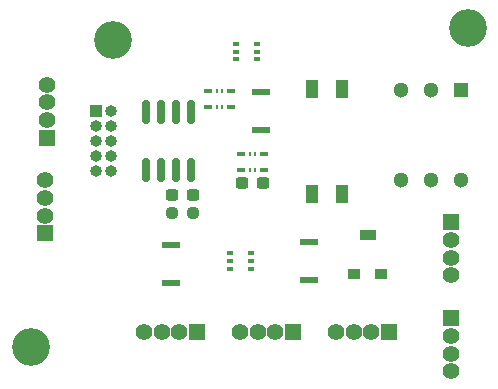
<source format=gbr>
%TF.GenerationSoftware,KiCad,Pcbnew,(6.0.11)*%
%TF.CreationDate,2024-05-16T18:38:15+09:00*%
%TF.ProjectId,active-marker-pcb,61637469-7665-42d6-9d61-726b65722d70,rev?*%
%TF.SameCoordinates,Original*%
%TF.FileFunction,Soldermask,Top*%
%TF.FilePolarity,Negative*%
%FSLAX46Y46*%
G04 Gerber Fmt 4.6, Leading zero omitted, Abs format (unit mm)*
G04 Created by KiCad (PCBNEW (6.0.11)) date 2024-05-16 18:38:15*
%MOMM*%
%LPD*%
G01*
G04 APERTURE LIST*
G04 Aperture macros list*
%AMRoundRect*
0 Rectangle with rounded corners*
0 $1 Rounding radius*
0 $2 $3 $4 $5 $6 $7 $8 $9 X,Y pos of 4 corners*
0 Add a 4 corners polygon primitive as box body*
4,1,4,$2,$3,$4,$5,$6,$7,$8,$9,$2,$3,0*
0 Add four circle primitives for the rounded corners*
1,1,$1+$1,$2,$3*
1,1,$1+$1,$4,$5*
1,1,$1+$1,$6,$7*
1,1,$1+$1,$8,$9*
0 Add four rect primitives between the rounded corners*
20,1,$1+$1,$2,$3,$4,$5,0*
20,1,$1+$1,$4,$5,$6,$7,0*
20,1,$1+$1,$6,$7,$8,$9,0*
20,1,$1+$1,$8,$9,$2,$3,0*%
G04 Aperture macros list end*
%ADD10C,3.200000*%
%ADD11C,1.412000*%
%ADD12RoundRect,0.102000X0.604000X0.604000X-0.604000X0.604000X-0.604000X-0.604000X0.604000X-0.604000X0*%
%ADD13RoundRect,0.102000X0.604000X-0.604000X0.604000X0.604000X-0.604000X0.604000X-0.604000X-0.604000X0*%
%ADD14RoundRect,0.102000X-0.604000X0.604000X-0.604000X-0.604000X0.604000X-0.604000X0.604000X0.604000X0*%
%ADD15R,1.500000X0.550000*%
%ADD16RoundRect,0.237500X-0.300000X-0.237500X0.300000X-0.237500X0.300000X0.237500X-0.300000X0.237500X0*%
%ADD17R,0.711200X0.406400*%
%ADD18R,0.203200X0.406400*%
%ADD19R,1.000000X1.000000*%
%ADD20O,1.000000X1.000000*%
%ADD21R,0.550000X0.300000*%
%ADD22RoundRect,0.150000X0.150000X-0.825000X0.150000X0.825000X-0.150000X0.825000X-0.150000X-0.825000X0*%
%ADD23RoundRect,0.237500X0.300000X0.237500X-0.300000X0.237500X-0.300000X-0.237500X0.300000X-0.237500X0*%
%ADD24R,1.100000X1.500000*%
%ADD25RoundRect,0.237500X0.250000X0.237500X-0.250000X0.237500X-0.250000X-0.237500X0.250000X-0.237500X0*%
%ADD26R,1.300000X1.300000*%
%ADD27C,1.300000*%
%ADD28R,1.100000X0.900000*%
%ADD29R,1.400000X0.900000*%
G04 APERTURE END LIST*
D10*
%TO.C,H3*%
X111000000Y-90000000D03*
%TD*%
%TO.C,H2*%
X141000000Y-89000000D03*
%TD*%
%TO.C,H1*%
X104000000Y-116000000D03*
%TD*%
D11*
%TO.C,J3*%
X113574000Y-114707000D03*
X115074000Y-114707000D03*
X116574000Y-114707000D03*
D12*
X118074000Y-114707000D03*
%TD*%
D11*
%TO.C,J13*%
X105345000Y-93786000D03*
X105345000Y-95286000D03*
X105345000Y-96786000D03*
D13*
X105345000Y-98286000D03*
%TD*%
D11*
%TO.C,J2*%
X105217000Y-101882000D03*
X105217000Y-103382000D03*
X105217000Y-104882000D03*
D13*
X105217000Y-106382000D03*
%TD*%
D11*
%TO.C,J7*%
X139599000Y-109946000D03*
X139599000Y-108446000D03*
X139599000Y-106946000D03*
D14*
X139599000Y-105446000D03*
%TD*%
D11*
%TO.C,J5*%
X129830000Y-114707000D03*
X131330000Y-114707000D03*
X132830000Y-114707000D03*
D12*
X134330000Y-114707000D03*
%TD*%
D11*
%TO.C,J6*%
X139599000Y-118074000D03*
X139599000Y-116574000D03*
X139599000Y-115074000D03*
D14*
X139599000Y-113574000D03*
%TD*%
D11*
%TO.C,J4*%
X121702000Y-114707000D03*
X123202000Y-114707000D03*
X124702000Y-114707000D03*
D12*
X126202000Y-114707000D03*
%TD*%
D15*
%TO.C,SW2*%
X127596000Y-107111000D03*
X127596000Y-110361000D03*
%TD*%
D16*
%TO.C,C8*%
X115977500Y-103148000D03*
X117702500Y-103148000D03*
%TD*%
D17*
%TO.C,RN3*%
X121766700Y-101014400D03*
X121766700Y-99693600D03*
D18*
X122519937Y-101014400D03*
X122519937Y-99693600D03*
X123020063Y-101014400D03*
X123020063Y-99693600D03*
D17*
X123773300Y-101014400D03*
X123773300Y-99693600D03*
%TD*%
D19*
%TO.C,J1*%
X109562000Y-96026000D03*
D20*
X110832000Y-96026000D03*
X109562000Y-97296000D03*
X110832000Y-97296000D03*
X109562000Y-98566000D03*
X110832000Y-98566000D03*
X109562000Y-99836000D03*
X110832000Y-99836000D03*
X109562000Y-101106000D03*
X110832000Y-101106000D03*
%TD*%
D21*
%TO.C,U3*%
X123137000Y-91650000D03*
X123137000Y-91000000D03*
X123137000Y-90350000D03*
X121387000Y-90350000D03*
X121387000Y-91000000D03*
X121387000Y-91650000D03*
%TD*%
D22*
%TO.C,U5*%
X113753000Y-101051000D03*
X115023000Y-101051000D03*
X116293000Y-101051000D03*
X117563000Y-101051000D03*
X117563000Y-96101000D03*
X116293000Y-96101000D03*
X115023000Y-96101000D03*
X113753000Y-96101000D03*
%TD*%
D17*
%TO.C,RN1*%
X120979300Y-94359600D03*
X120979300Y-95680400D03*
D18*
X120226063Y-94359600D03*
X120226063Y-95680400D03*
X119725937Y-94359600D03*
X119725937Y-95680400D03*
D17*
X118972700Y-94359600D03*
X118972700Y-95680400D03*
%TD*%
D15*
%TO.C,SW4*%
X123532000Y-97661000D03*
X123532000Y-94411000D03*
%TD*%
%TO.C,SW3*%
X115912000Y-107365000D03*
X115912000Y-110615000D03*
%TD*%
D23*
%TO.C,C12*%
X123632500Y-102132000D03*
X121907500Y-102132000D03*
%TD*%
D21*
%TO.C,U4*%
X122629000Y-109386000D03*
X122629000Y-108736000D03*
X122629000Y-108086000D03*
X120879000Y-108086000D03*
X120879000Y-108736000D03*
X120879000Y-109386000D03*
%TD*%
D24*
%TO.C,SW1*%
X127850000Y-103026000D03*
X130390000Y-103026000D03*
X130390000Y-94126000D03*
X127850000Y-94126000D03*
%TD*%
D25*
%TO.C,R2*%
X117752500Y-104672000D03*
X115927500Y-104672000D03*
%TD*%
D26*
%TO.C,U1*%
X140462000Y-94258000D03*
D27*
X135382000Y-101878000D03*
X135382000Y-94258000D03*
X140462000Y-101878000D03*
X137922000Y-94258000D03*
X137922000Y-101878000D03*
%TD*%
D28*
%TO.C,RV1*%
X133692000Y-109812000D03*
D29*
X132542000Y-106512000D03*
D28*
X131392000Y-109812000D03*
%TD*%
M02*

</source>
